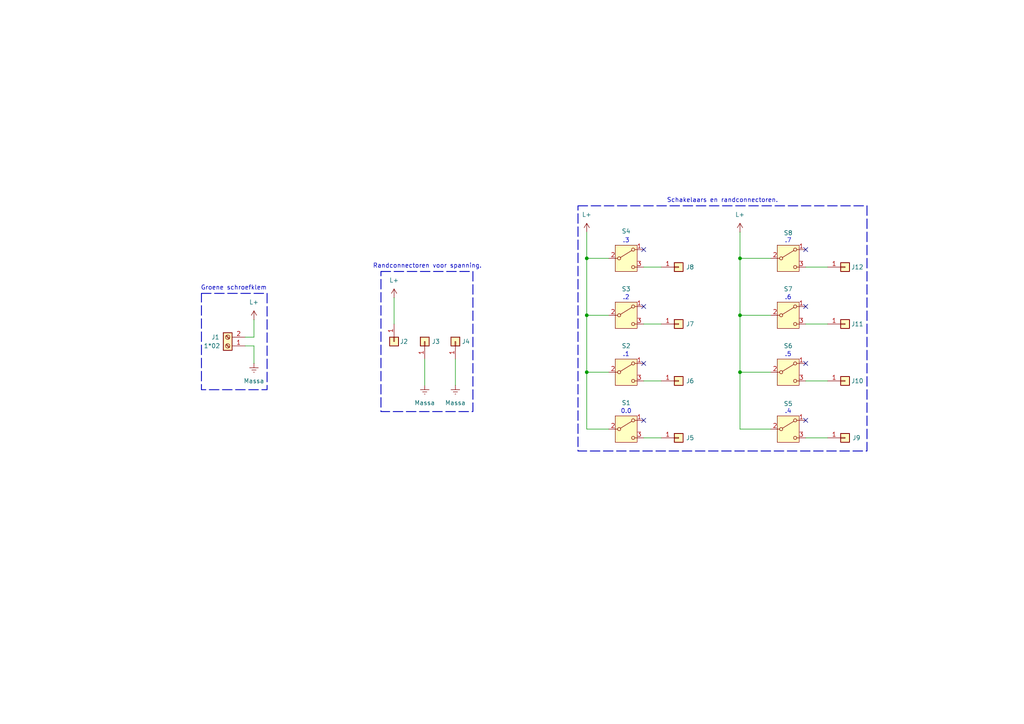
<source format=kicad_sch>
(kicad_sch
	(version 20250114)
	(generator "eeschema")
	(generator_version "9.0")
	(uuid "e499dc74-417c-4bf6-8e6a-7741eca80ef7")
	(paper "A4")
	(title_block
		(title "Siemens SIMATIC Ingang simulator met 8 schakelaars.")
		(date "2025-05-30")
		(rev "2")
		(company "Yassir")
	)
	(lib_symbols
		(symbol "Connector:Screw_Terminal_01x02"
			(pin_names
				(offset 1.016)
				(hide yes)
			)
			(exclude_from_sim no)
			(in_bom yes)
			(on_board yes)
			(property "Reference" "J"
				(at 0 2.54 0)
				(effects
					(font
						(size 1.27 1.27)
					)
				)
			)
			(property "Value" "Screw_Terminal_01x02"
				(at 0 -5.08 0)
				(effects
					(font
						(size 1.27 1.27)
					)
				)
			)
			(property "Footprint" ""
				(at 0 0 0)
				(effects
					(font
						(size 1.27 1.27)
					)
					(hide yes)
				)
			)
			(property "Datasheet" "~"
				(at 0 0 0)
				(effects
					(font
						(size 1.27 1.27)
					)
					(hide yes)
				)
			)
			(property "Description" "Generic screw terminal, single row, 01x02, script generated (kicad-library-utils/schlib/autogen/connector/)"
				(at 0 0 0)
				(effects
					(font
						(size 1.27 1.27)
					)
					(hide yes)
				)
			)
			(property "ki_keywords" "screw terminal"
				(at 0 0 0)
				(effects
					(font
						(size 1.27 1.27)
					)
					(hide yes)
				)
			)
			(property "ki_fp_filters" "TerminalBlock*:*"
				(at 0 0 0)
				(effects
					(font
						(size 1.27 1.27)
					)
					(hide yes)
				)
			)
			(symbol "Screw_Terminal_01x02_1_1"
				(rectangle
					(start -1.27 1.27)
					(end 1.27 -3.81)
					(stroke
						(width 0.254)
						(type default)
					)
					(fill
						(type background)
					)
				)
				(polyline
					(pts
						(xy -0.5334 0.3302) (xy 0.3302 -0.508)
					)
					(stroke
						(width 0.1524)
						(type default)
					)
					(fill
						(type none)
					)
				)
				(polyline
					(pts
						(xy -0.5334 -2.2098) (xy 0.3302 -3.048)
					)
					(stroke
						(width 0.1524)
						(type default)
					)
					(fill
						(type none)
					)
				)
				(polyline
					(pts
						(xy -0.3556 0.508) (xy 0.508 -0.3302)
					)
					(stroke
						(width 0.1524)
						(type default)
					)
					(fill
						(type none)
					)
				)
				(polyline
					(pts
						(xy -0.3556 -2.032) (xy 0.508 -2.8702)
					)
					(stroke
						(width 0.1524)
						(type default)
					)
					(fill
						(type none)
					)
				)
				(circle
					(center 0 0)
					(radius 0.635)
					(stroke
						(width 0.1524)
						(type default)
					)
					(fill
						(type none)
					)
				)
				(circle
					(center 0 -2.54)
					(radius 0.635)
					(stroke
						(width 0.1524)
						(type default)
					)
					(fill
						(type none)
					)
				)
				(pin passive line
					(at -5.08 0 0)
					(length 3.81)
					(name "Pin_1"
						(effects
							(font
								(size 1.27 1.27)
							)
						)
					)
					(number "1"
						(effects
							(font
								(size 1.27 1.27)
							)
						)
					)
				)
				(pin passive line
					(at -5.08 -2.54 0)
					(length 3.81)
					(name "Pin_2"
						(effects
							(font
								(size 1.27 1.27)
							)
						)
					)
					(number "2"
						(effects
							(font
								(size 1.27 1.27)
							)
						)
					)
				)
			)
			(embedded_fonts no)
		)
		(symbol "Connector_Generic:Conn_01x01"
			(pin_names
				(offset 1.016)
				(hide yes)
			)
			(exclude_from_sim no)
			(in_bom yes)
			(on_board yes)
			(property "Reference" "J"
				(at 0 2.54 0)
				(effects
					(font
						(size 1.27 1.27)
					)
				)
			)
			(property "Value" "Conn_01x01"
				(at 0 -2.54 0)
				(effects
					(font
						(size 1.27 1.27)
					)
				)
			)
			(property "Footprint" ""
				(at 0 0 0)
				(effects
					(font
						(size 1.27 1.27)
					)
					(hide yes)
				)
			)
			(property "Datasheet" "~"
				(at 0 0 0)
				(effects
					(font
						(size 1.27 1.27)
					)
					(hide yes)
				)
			)
			(property "Description" "Generic connector, single row, 01x01, script generated (kicad-library-utils/schlib/autogen/connector/)"
				(at 0 0 0)
				(effects
					(font
						(size 1.27 1.27)
					)
					(hide yes)
				)
			)
			(property "ki_keywords" "connector"
				(at 0 0 0)
				(effects
					(font
						(size 1.27 1.27)
					)
					(hide yes)
				)
			)
			(property "ki_fp_filters" "Connector*:*_1x??_*"
				(at 0 0 0)
				(effects
					(font
						(size 1.27 1.27)
					)
					(hide yes)
				)
			)
			(symbol "Conn_01x01_1_1"
				(rectangle
					(start -1.27 1.27)
					(end 1.27 -1.27)
					(stroke
						(width 0.254)
						(type default)
					)
					(fill
						(type background)
					)
				)
				(rectangle
					(start -1.27 0.127)
					(end 0 -0.127)
					(stroke
						(width 0.1524)
						(type default)
					)
					(fill
						(type none)
					)
				)
				(pin passive line
					(at -5.08 0 0)
					(length 3.81)
					(name "Pin_1"
						(effects
							(font
								(size 1.27 1.27)
							)
						)
					)
					(number "1"
						(effects
							(font
								(size 1.27 1.27)
							)
						)
					)
				)
			)
			(embedded_fonts no)
		)
		(symbol "Switch:SW_SPDT"
			(pin_names
				(offset 0)
				(hide yes)
			)
			(exclude_from_sim no)
			(in_bom yes)
			(on_board yes)
			(property "Reference" "SW"
				(at 0 5.08 0)
				(effects
					(font
						(size 1.27 1.27)
					)
				)
			)
			(property "Value" "SW_SPDT"
				(at 0 -5.08 0)
				(effects
					(font
						(size 1.27 1.27)
					)
				)
			)
			(property "Footprint" ""
				(at 0 0 0)
				(effects
					(font
						(size 1.27 1.27)
					)
					(hide yes)
				)
			)
			(property "Datasheet" "~"
				(at 0 -7.62 0)
				(effects
					(font
						(size 1.27 1.27)
					)
					(hide yes)
				)
			)
			(property "Description" "Switch, single pole double throw"
				(at 0 0 0)
				(effects
					(font
						(size 1.27 1.27)
					)
					(hide yes)
				)
			)
			(property "ki_keywords" "switch single-pole double-throw spdt ON-ON"
				(at 0 0 0)
				(effects
					(font
						(size 1.27 1.27)
					)
					(hide yes)
				)
			)
			(symbol "SW_SPDT_0_1"
				(circle
					(center -2.032 0)
					(radius 0.4572)
					(stroke
						(width 0)
						(type default)
					)
					(fill
						(type none)
					)
				)
				(polyline
					(pts
						(xy -1.651 0.254) (xy 1.651 2.286)
					)
					(stroke
						(width 0)
						(type default)
					)
					(fill
						(type none)
					)
				)
				(circle
					(center 2.032 2.54)
					(radius 0.4572)
					(stroke
						(width 0)
						(type default)
					)
					(fill
						(type none)
					)
				)
				(circle
					(center 2.032 -2.54)
					(radius 0.4572)
					(stroke
						(width 0)
						(type default)
					)
					(fill
						(type none)
					)
				)
			)
			(symbol "SW_SPDT_1_1"
				(rectangle
					(start -3.175 3.81)
					(end 3.175 -3.81)
					(stroke
						(width 0)
						(type default)
					)
					(fill
						(type background)
					)
				)
				(pin passive line
					(at -5.08 0 0)
					(length 2.54)
					(name "B"
						(effects
							(font
								(size 1.27 1.27)
							)
						)
					)
					(number "2"
						(effects
							(font
								(size 1.27 1.27)
							)
						)
					)
				)
				(pin passive line
					(at 5.08 2.54 180)
					(length 2.54)
					(name "A"
						(effects
							(font
								(size 1.27 1.27)
							)
						)
					)
					(number "1"
						(effects
							(font
								(size 1.27 1.27)
							)
						)
					)
				)
				(pin passive line
					(at 5.08 -2.54 180)
					(length 2.54)
					(name "C"
						(effects
							(font
								(size 1.27 1.27)
							)
						)
					)
					(number "3"
						(effects
							(font
								(size 1.27 1.27)
							)
						)
					)
				)
			)
			(embedded_fonts no)
		)
		(symbol "power:+24V"
			(power)
			(pin_numbers
				(hide yes)
			)
			(pin_names
				(offset 0)
				(hide yes)
			)
			(exclude_from_sim no)
			(in_bom yes)
			(on_board yes)
			(property "Reference" "#PWR"
				(at 0 -3.81 0)
				(effects
					(font
						(size 1.27 1.27)
					)
					(hide yes)
				)
			)
			(property "Value" "+24V"
				(at 0 3.556 0)
				(effects
					(font
						(size 1.27 1.27)
					)
				)
			)
			(property "Footprint" ""
				(at 0 0 0)
				(effects
					(font
						(size 1.27 1.27)
					)
					(hide yes)
				)
			)
			(property "Datasheet" ""
				(at 0 0 0)
				(effects
					(font
						(size 1.27 1.27)
					)
					(hide yes)
				)
			)
			(property "Description" "Power symbol creates a global label with name \"+24V\""
				(at 0 0 0)
				(effects
					(font
						(size 1.27 1.27)
					)
					(hide yes)
				)
			)
			(property "ki_keywords" "global power"
				(at 0 0 0)
				(effects
					(font
						(size 1.27 1.27)
					)
					(hide yes)
				)
			)
			(symbol "+24V_0_1"
				(polyline
					(pts
						(xy -0.762 1.27) (xy 0 2.54)
					)
					(stroke
						(width 0)
						(type default)
					)
					(fill
						(type none)
					)
				)
				(polyline
					(pts
						(xy 0 2.54) (xy 0.762 1.27)
					)
					(stroke
						(width 0)
						(type default)
					)
					(fill
						(type none)
					)
				)
				(polyline
					(pts
						(xy 0 0) (xy 0 2.54)
					)
					(stroke
						(width 0)
						(type default)
					)
					(fill
						(type none)
					)
				)
			)
			(symbol "+24V_1_1"
				(pin power_in line
					(at 0 0 90)
					(length 0)
					(name "~"
						(effects
							(font
								(size 1.27 1.27)
							)
						)
					)
					(number "1"
						(effects
							(font
								(size 1.27 1.27)
							)
						)
					)
				)
			)
			(embedded_fonts no)
		)
		(symbol "power:Earth"
			(power)
			(pin_numbers
				(hide yes)
			)
			(pin_names
				(offset 0)
				(hide yes)
			)
			(exclude_from_sim no)
			(in_bom yes)
			(on_board yes)
			(property "Reference" "#PWR"
				(at 0 -6.35 0)
				(effects
					(font
						(size 1.27 1.27)
					)
					(hide yes)
				)
			)
			(property "Value" "Earth"
				(at 0 -3.81 0)
				(effects
					(font
						(size 1.27 1.27)
					)
				)
			)
			(property "Footprint" ""
				(at 0 0 0)
				(effects
					(font
						(size 1.27 1.27)
					)
					(hide yes)
				)
			)
			(property "Datasheet" "~"
				(at 0 0 0)
				(effects
					(font
						(size 1.27 1.27)
					)
					(hide yes)
				)
			)
			(property "Description" "Power symbol creates a global label with name \"Earth\""
				(at 0 0 0)
				(effects
					(font
						(size 1.27 1.27)
					)
					(hide yes)
				)
			)
			(property "ki_keywords" "global ground gnd"
				(at 0 0 0)
				(effects
					(font
						(size 1.27 1.27)
					)
					(hide yes)
				)
			)
			(symbol "Earth_0_1"
				(polyline
					(pts
						(xy -0.635 -1.905) (xy 0.635 -1.905)
					)
					(stroke
						(width 0)
						(type default)
					)
					(fill
						(type none)
					)
				)
				(polyline
					(pts
						(xy -0.127 -2.54) (xy 0.127 -2.54)
					)
					(stroke
						(width 0)
						(type default)
					)
					(fill
						(type none)
					)
				)
				(polyline
					(pts
						(xy 0 -1.27) (xy 0 0)
					)
					(stroke
						(width 0)
						(type default)
					)
					(fill
						(type none)
					)
				)
				(polyline
					(pts
						(xy 1.27 -1.27) (xy -1.27 -1.27)
					)
					(stroke
						(width 0)
						(type default)
					)
					(fill
						(type none)
					)
				)
			)
			(symbol "Earth_1_1"
				(pin power_in line
					(at 0 0 270)
					(length 0)
					(name "~"
						(effects
							(font
								(size 1.27 1.27)
							)
						)
					)
					(number "1"
						(effects
							(font
								(size 1.27 1.27)
							)
						)
					)
				)
			)
			(embedded_fonts no)
		)
	)
	(rectangle
		(start 167.64 59.69)
		(end 251.46 130.81)
		(stroke
			(width 0.254)
			(type dash)
		)
		(fill
			(type none)
		)
		(uuid 49857711-bce2-4f37-90ee-fd3a76fa7d17)
	)
	(rectangle
		(start 110.49 78.74)
		(end 137.16 119.38)
		(stroke
			(width 0.254)
			(type dash)
		)
		(fill
			(type none)
		)
		(uuid 93a9cfdd-1b5e-4120-bbce-7f25208b42f4)
	)
	(rectangle
		(start 58.42 85.09)
		(end 77.47 113.03)
		(stroke
			(width 0.254)
			(type dash)
		)
		(fill
			(type none)
		)
		(uuid f15177c9-b513-4b4d-99cc-0d86936c53c9)
	)
	(text ".5"
		(exclude_from_sim no)
		(at 228.6 102.87 0)
		(effects
			(font
				(size 1.27 1.27)
			)
		)
		(uuid "101fc5a3-a3f1-4ab0-9718-fdf9aad41576")
	)
	(text "0.0"
		(exclude_from_sim no)
		(at 181.61 119.38 0)
		(effects
			(font
				(size 1.27 1.27)
			)
		)
		(uuid "12df5a5c-e01f-4a77-983c-4ade897528f9")
	)
	(text ".6"
		(exclude_from_sim no)
		(at 228.6 86.36 0)
		(effects
			(font
				(size 1.27 1.27)
			)
		)
		(uuid "46583f1e-5bd8-42f4-b0a8-a3adcb830bdc")
	)
	(text ".4"
		(exclude_from_sim no)
		(at 228.6 119.38 0)
		(effects
			(font
				(size 1.27 1.27)
			)
		)
		(uuid "522994d3-e2ee-46f8-80e4-27d152aa048b")
	)
	(text ".2"
		(exclude_from_sim no)
		(at 181.61 86.36 0)
		(effects
			(font
				(size 1.27 1.27)
			)
		)
		(uuid "52ac4be0-aa9d-4e59-bf51-e5798c609673")
	)
	(text "Randconnectoren voor spanning."
		(exclude_from_sim no)
		(at 123.952 77.216 0)
		(effects
			(font
				(size 1.27 1.27)
			)
		)
		(uuid "73bd87bb-5edf-4cf1-a0ae-13065976f494")
	)
	(text ".3"
		(exclude_from_sim no)
		(at 181.61 69.85 0)
		(effects
			(font
				(size 1.27 1.27)
			)
		)
		(uuid "8f0ba99c-8b8f-4a05-ab81-0a045b3cb9cd")
	)
	(text ".1"
		(exclude_from_sim no)
		(at 181.61 102.87 0)
		(effects
			(font
				(size 1.27 1.27)
			)
		)
		(uuid "bbde58be-cca4-4f2d-a9c2-46af4a7ad516")
	)
	(text "Groene schroefklem"
		(exclude_from_sim no)
		(at 67.818 83.566 0)
		(effects
			(font
				(size 1.27 1.27)
			)
		)
		(uuid "c8104433-9cf4-40ba-a534-b40a2f032841")
	)
	(text ".7"
		(exclude_from_sim no)
		(at 228.6 69.85 0)
		(effects
			(font
				(size 1.27 1.27)
			)
		)
		(uuid "cc310045-b74a-4480-a8d5-3f60f32cbfd6")
	)
	(text "Schakelaars en randconnectoren."
		(exclude_from_sim no)
		(at 209.55 58.166 0)
		(effects
			(font
				(size 1.27 1.27)
			)
		)
		(uuid "dadaa570-256d-41f6-985d-20692fe6a0d7")
	)
	(junction
		(at 170.18 91.44)
		(diameter 0)
		(color 0 0 0 0)
		(uuid "0bd76ffa-446d-4664-af70-b5505c95ae2b")
	)
	(junction
		(at 170.18 107.95)
		(diameter 0)
		(color 0 0 0 0)
		(uuid "0d7cf5c7-ce5d-4ff2-a5de-4292151d0e15")
	)
	(junction
		(at 214.63 107.95)
		(diameter 0)
		(color 0 0 0 0)
		(uuid "3dda701e-c23a-43b4-892b-9bcb906a165a")
	)
	(junction
		(at 170.18 74.93)
		(diameter 0)
		(color 0 0 0 0)
		(uuid "508ee4cf-7948-495d-93eb-5219ebe3336b")
	)
	(junction
		(at 214.63 74.93)
		(diameter 0)
		(color 0 0 0 0)
		(uuid "5cf51075-85dd-4377-b6dc-3fbd1fd6ab69")
	)
	(junction
		(at 214.63 91.44)
		(diameter 0)
		(color 0 0 0 0)
		(uuid "ec9e01d2-b44b-45a0-bf76-75cf43cae8a5")
	)
	(no_connect
		(at 186.69 88.9)
		(uuid "05222524-5235-449f-9793-3efd47a01ced")
	)
	(no_connect
		(at 233.68 72.39)
		(uuid "11dbff53-abeb-41fc-b354-39fb30ebecda")
	)
	(no_connect
		(at 233.68 88.9)
		(uuid "1d2750b8-0174-478e-a647-8fd2b579a023")
	)
	(no_connect
		(at 186.69 105.41)
		(uuid "321891df-0e3d-49c5-8acf-63948fc318c0")
	)
	(no_connect
		(at 233.68 121.92)
		(uuid "3654a3c1-b12f-47e8-8820-d054c6d12817")
	)
	(no_connect
		(at 233.68 105.41)
		(uuid "75adb8a4-1c86-43c9-8673-d3d4e289cdf5")
	)
	(no_connect
		(at 186.69 121.92)
		(uuid "b0522dd5-9f83-4219-bed9-d7890ee76524")
	)
	(no_connect
		(at 186.69 72.39)
		(uuid "f97638c8-c352-403c-993d-5c429c0109d2")
	)
	(wire
		(pts
			(xy 123.19 104.14) (xy 123.19 111.76)
		)
		(stroke
			(width 0)
			(type default)
		)
		(uuid "02db3c2a-a80d-4747-bb55-f9177d6f1d4c")
	)
	(wire
		(pts
			(xy 214.63 91.44) (xy 214.63 107.95)
		)
		(stroke
			(width 0)
			(type default)
		)
		(uuid "06286de1-d3d8-40e6-a08d-881c3c2c9178")
	)
	(wire
		(pts
			(xy 191.77 77.47) (xy 186.69 77.47)
		)
		(stroke
			(width 0)
			(type default)
		)
		(uuid "0a6cef74-da91-43f9-8220-2a5b4483f710")
	)
	(wire
		(pts
			(xy 223.52 124.46) (xy 214.63 124.46)
		)
		(stroke
			(width 0)
			(type default)
		)
		(uuid "0e784405-ad0b-4214-a44b-4ef453b59f81")
	)
	(wire
		(pts
			(xy 170.18 67.31) (xy 170.18 74.93)
		)
		(stroke
			(width 0)
			(type default)
		)
		(uuid "163e0025-7308-4f51-b678-3fe9b1c1fec9")
	)
	(wire
		(pts
			(xy 170.18 91.44) (xy 170.18 74.93)
		)
		(stroke
			(width 0)
			(type default)
		)
		(uuid "27c22907-0ebc-4c9a-b138-1358d98be523")
	)
	(wire
		(pts
			(xy 114.3 93.98) (xy 114.3 86.36)
		)
		(stroke
			(width 0)
			(type default)
		)
		(uuid "29a6bb94-e582-4b6f-b08d-bef53402fc06")
	)
	(wire
		(pts
			(xy 73.66 92.71) (xy 73.66 97.79)
		)
		(stroke
			(width 0)
			(type default)
		)
		(uuid "2f69ee87-0705-4777-8ddb-3adb7b8673f5")
	)
	(wire
		(pts
			(xy 214.63 67.31) (xy 214.63 74.93)
		)
		(stroke
			(width 0)
			(type default)
		)
		(uuid "3dd01ba9-5706-4ccc-adca-505c90ae8a84")
	)
	(wire
		(pts
			(xy 170.18 124.46) (xy 176.53 124.46)
		)
		(stroke
			(width 0)
			(type default)
		)
		(uuid "44e535f4-f403-45f3-bd12-3ed818a6eb50")
	)
	(wire
		(pts
			(xy 191.77 127) (xy 186.69 127)
		)
		(stroke
			(width 0)
			(type default)
		)
		(uuid "617d97f8-088e-4347-a706-3e522cb415a7")
	)
	(wire
		(pts
			(xy 191.77 110.49) (xy 186.69 110.49)
		)
		(stroke
			(width 0)
			(type default)
		)
		(uuid "6e3e1be4-35b9-409b-9072-628a440cca06")
	)
	(wire
		(pts
			(xy 170.18 107.95) (xy 170.18 124.46)
		)
		(stroke
			(width 0)
			(type default)
		)
		(uuid "7565c851-8d6d-4d70-b01a-a1faec31d21d")
	)
	(wire
		(pts
			(xy 71.12 100.33) (xy 73.66 100.33)
		)
		(stroke
			(width 0)
			(type default)
		)
		(uuid "78ae6fde-7e60-4998-898a-a39e6077580c")
	)
	(wire
		(pts
			(xy 223.52 91.44) (xy 214.63 91.44)
		)
		(stroke
			(width 0)
			(type default)
		)
		(uuid "7cbdab5e-f124-4f87-98ce-1806999bb8f7")
	)
	(wire
		(pts
			(xy 170.18 91.44) (xy 170.18 107.95)
		)
		(stroke
			(width 0)
			(type default)
		)
		(uuid "7d8288f7-3ad8-40ee-a86c-686401108604")
	)
	(wire
		(pts
			(xy 223.52 107.95) (xy 214.63 107.95)
		)
		(stroke
			(width 0)
			(type default)
		)
		(uuid "9d6d5516-bed4-483e-a03e-b373531ed1b7")
	)
	(wire
		(pts
			(xy 240.03 110.49) (xy 233.68 110.49)
		)
		(stroke
			(width 0)
			(type default)
		)
		(uuid "a096adf0-deec-481d-8749-fe762c909c40")
	)
	(wire
		(pts
			(xy 170.18 91.44) (xy 176.53 91.44)
		)
		(stroke
			(width 0)
			(type default)
		)
		(uuid "a84996af-2be3-4e91-8b8b-323db3b28f26")
	)
	(wire
		(pts
			(xy 132.08 104.14) (xy 132.08 111.76)
		)
		(stroke
			(width 0)
			(type default)
		)
		(uuid "ad1b67fd-6cc7-4c59-918f-be4543e3f7cd")
	)
	(wire
		(pts
			(xy 240.03 93.98) (xy 233.68 93.98)
		)
		(stroke
			(width 0)
			(type default)
		)
		(uuid "af4cd5dc-0597-4f5b-b364-7f346beef6b8")
	)
	(wire
		(pts
			(xy 240.03 127) (xy 233.68 127)
		)
		(stroke
			(width 0)
			(type default)
		)
		(uuid "b4723ec3-7ef7-4dbe-89ff-9f4323df1e35")
	)
	(wire
		(pts
			(xy 240.03 77.47) (xy 233.68 77.47)
		)
		(stroke
			(width 0)
			(type default)
		)
		(uuid "b483025d-2403-471a-8096-74672a9544b3")
	)
	(wire
		(pts
			(xy 191.77 93.98) (xy 186.69 93.98)
		)
		(stroke
			(width 0)
			(type default)
		)
		(uuid "b60f4e93-be2c-44b2-be19-311af7f12c96")
	)
	(wire
		(pts
			(xy 170.18 74.93) (xy 176.53 74.93)
		)
		(stroke
			(width 0)
			(type default)
		)
		(uuid "d046dd77-ca46-4990-8087-b2f8679eef62")
	)
	(wire
		(pts
			(xy 176.53 107.95) (xy 170.18 107.95)
		)
		(stroke
			(width 0)
			(type default)
		)
		(uuid "e125088a-b290-4a94-b9e7-9c3810eb614c")
	)
	(wire
		(pts
			(xy 223.52 74.93) (xy 214.63 74.93)
		)
		(stroke
			(width 0)
			(type default)
		)
		(uuid "e4968ce4-7305-4db1-a9f8-0d495c7b323b")
	)
	(wire
		(pts
			(xy 214.63 74.93) (xy 214.63 91.44)
		)
		(stroke
			(width 0)
			(type default)
		)
		(uuid "e9277de2-ebea-4481-b20e-025edef52a82")
	)
	(wire
		(pts
			(xy 214.63 107.95) (xy 214.63 124.46)
		)
		(stroke
			(width 0)
			(type default)
		)
		(uuid "f6284447-e394-44b6-b6ce-9027cf381eb0")
	)
	(wire
		(pts
			(xy 73.66 100.33) (xy 73.66 105.41)
		)
		(stroke
			(width 0)
			(type default)
		)
		(uuid "f8c88346-311b-4db0-be00-a1f62a20a207")
	)
	(wire
		(pts
			(xy 73.66 97.79) (xy 71.12 97.79)
		)
		(stroke
			(width 0)
			(type default)
		)
		(uuid "ffda2bae-8244-49ba-8254-5b7a372963db")
	)
	(symbol
		(lib_id "Connector:Screw_Terminal_01x02")
		(at 66.04 100.33 180)
		(unit 1)
		(exclude_from_sim no)
		(in_bom yes)
		(on_board yes)
		(dnp no)
		(uuid "08a2b2b4-e0c6-484c-a179-554e86818448")
		(property "Reference" "J1"
			(at 62.484 97.79 0)
			(effects
				(font
					(size 1.27 1.27)
				)
			)
		)
		(property "Value" "1*02"
			(at 61.468 100.33 0)
			(effects
				(font
					(size 1.27 1.27)
				)
			)
		)
		(property "Footprint" "17nct-LIB:TE_282836-2"
			(at 66.04 100.33 0)
			(effects
				(font
					(size 1.27 1.27)
				)
				(hide yes)
			)
		)
		(property "Datasheet" "https://www.te.com/commerce/DocumentDelivery/DDEController?Action=srchrtrv&DocNm=1308389_EUROSTYLE_TERMINAL_BLOCKS&DocType=CS&DocLang=English"
			(at 66.04 100.33 0)
			(effects
				(font
					(size 1.27 1.27)
				)
				(hide yes)
			)
		)
		(property "Description" "Schroefklemmen 1*02"
			(at 66.04 100.33 0)
			(effects
				(font
					(size 1.27 1.27)
				)
				(hide yes)
			)
		)
		(pin "2"
			(uuid "9bee56bb-ffc6-44d1-bfd1-f31e408b22cf")
		)
		(pin "1"
			(uuid "e9f4c9ba-c3b9-477e-a766-6ca2de189d0e")
		)
		(instances
			(project "Sim-module"
				(path "/e499dc74-417c-4bf6-8e6a-7741eca80ef7"
					(reference "J1")
					(unit 1)
				)
			)
		)
	)
	(symbol
		(lib_id "Connector_Generic:Conn_01x01")
		(at 196.85 127 0)
		(mirror x)
		(unit 1)
		(exclude_from_sim no)
		(in_bom no)
		(on_board yes)
		(dnp no)
		(uuid "08e9e6c4-f449-4809-8cd5-8deded29753c")
		(property "Reference" "J5"
			(at 200.152 127 0)
			(effects
				(font
					(size 1.27 1.27)
				)
			)
		)
		(property "Value" "~"
			(at 196.85 123.19 0)
			(effects
				(font
					(size 1.27 1.27)
				)
				(hide yes)
			)
		)
		(property "Footprint" "17nct-LIB:Rand connector"
			(at 196.85 127 0)
			(effects
				(font
					(size 1.27 1.27)
				)
				(hide yes)
			)
		)
		(property "Datasheet" "~"
			(at 196.85 127 0)
			(effects
				(font
					(size 1.27 1.27)
				)
				(hide yes)
			)
		)
		(property "Description" "Rand connector voor printplaat in schroefklem te monteren."
			(at 196.85 127 0)
			(effects
				(font
					(size 1.27 1.27)
				)
				(hide yes)
			)
		)
		(pin "1"
			(uuid "5f7150d1-028b-45ca-9816-c89e09b64499")
		)
		(instances
			(project "siemens reverse engineering"
				(path "/e499dc74-417c-4bf6-8e6a-7741eca80ef7"
					(reference "J5")
					(unit 1)
				)
			)
		)
	)
	(symbol
		(lib_id "Connector_Generic:Conn_01x01")
		(at 114.3 99.06 90)
		(mirror x)
		(unit 1)
		(exclude_from_sim no)
		(in_bom no)
		(on_board yes)
		(dnp no)
		(uuid "08fd3a4b-0d87-4358-8215-331170c2164c")
		(property "Reference" "J2"
			(at 118.364 99.06 90)
			(effects
				(font
					(size 1.27 1.27)
				)
				(justify left)
			)
		)
		(property "Value" "~"
			(at 118.11 99.06 0)
			(effects
				(font
					(size 1.27 1.27)
				)
				(hide yes)
			)
		)
		(property "Footprint" "17nct-LIB:Rand connector"
			(at 114.3 99.06 0)
			(effects
				(font
					(size 1.27 1.27)
				)
				(hide yes)
			)
		)
		(property "Datasheet" "~"
			(at 114.3 99.06 0)
			(effects
				(font
					(size 1.27 1.27)
				)
				(hide yes)
			)
		)
		(property "Description" "Rand connector voor printplaat in schroefklem te monteren."
			(at 114.3 99.06 0)
			(effects
				(font
					(size 1.27 1.27)
				)
				(hide yes)
			)
		)
		(pin "1"
			(uuid "b1788a26-fa52-48f9-89e1-2707d37c5a56")
		)
		(instances
			(project "Sim-module"
				(path "/e499dc74-417c-4bf6-8e6a-7741eca80ef7"
					(reference "J2")
					(unit 1)
				)
			)
		)
	)
	(symbol
		(lib_id "Connector_Generic:Conn_01x01")
		(at 245.11 77.47 0)
		(mirror x)
		(unit 1)
		(exclude_from_sim no)
		(in_bom no)
		(on_board yes)
		(dnp no)
		(uuid "17b6d347-839b-4f66-9616-15b90507f3ec")
		(property "Reference" "J12"
			(at 248.666 77.47 0)
			(effects
				(font
					(size 1.27 1.27)
				)
			)
		)
		(property "Value" "~"
			(at 245.11 73.66 0)
			(effects
				(font
					(size 1.27 1.27)
				)
				(hide yes)
			)
		)
		(property "Footprint" "17nct-LIB:Rand connector"
			(at 245.11 77.47 0)
			(effects
				(font
					(size 1.27 1.27)
				)
				(hide yes)
			)
		)
		(property "Datasheet" "~"
			(at 245.11 77.47 0)
			(effects
				(font
					(size 1.27 1.27)
				)
				(hide yes)
			)
		)
		(property "Description" "Rand connector voor printplaat in schroefklem te monteren."
			(at 245.11 77.47 0)
			(effects
				(font
					(size 1.27 1.27)
				)
				(hide yes)
			)
		)
		(pin "1"
			(uuid "4ba165ad-8063-42d9-bc3d-9a3275142b29")
		)
		(instances
			(project "siemens reverse engineering"
				(path "/e499dc74-417c-4bf6-8e6a-7741eca80ef7"
					(reference "J12")
					(unit 1)
				)
			)
		)
	)
	(symbol
		(lib_id "Switch:SW_SPDT")
		(at 181.61 91.44 0)
		(unit 1)
		(exclude_from_sim no)
		(in_bom yes)
		(on_board yes)
		(dnp no)
		(uuid "1cb341b2-1af7-45e2-aa1e-6b18c9e14b47")
		(property "Reference" "S3"
			(at 181.61 83.82 0)
			(effects
				(font
					(size 1.27 1.27)
				)
			)
		)
		(property "Value" "SPDT"
			(at 181.61 86.36 0)
			(effects
				(font
					(size 1.27 1.27)
				)
				(hide yes)
			)
		)
		(property "Footprint" "17nct-LIB:Tuimelschakelaar 8.1mm _ 5.1mm"
			(at 181.61 91.44 0)
			(effects
				(font
					(size 1.27 1.27)
				)
				(hide yes)
			)
		)
		(property "Datasheet" "https://www.e-switch.com/wp-content/uploads/2024/05/100-1.pdf"
			(at 181.61 99.06 0)
			(effects
				(font
					(size 1.27 1.27)
				)
				(hide yes)
			)
		)
		(property "Description" "Tuimelschakelaar."
			(at 181.61 91.44 0)
			(effects
				(font
					(size 1.27 1.27)
				)
				(hide yes)
			)
		)
		(pin "1"
			(uuid "e59bc0f3-c7d8-4992-b962-43f2aafac3cd")
		)
		(pin "2"
			(uuid "93f901ea-02bc-4fa8-adef-fd55d671f31f")
		)
		(pin "3"
			(uuid "636cfa69-f18d-45b0-99f1-a27836ac4d61")
		)
		(instances
			(project "siemens reverse engineering"
				(path "/e499dc74-417c-4bf6-8e6a-7741eca80ef7"
					(reference "S3")
					(unit 1)
				)
			)
		)
	)
	(symbol
		(lib_id "Switch:SW_SPDT")
		(at 228.6 91.44 0)
		(unit 1)
		(exclude_from_sim no)
		(in_bom yes)
		(on_board yes)
		(dnp no)
		(uuid "312ab032-0c33-4118-a106-60308d4bc1b8")
		(property "Reference" "S7"
			(at 228.6 83.82 0)
			(effects
				(font
					(size 1.27 1.27)
				)
			)
		)
		(property "Value" "SPDT"
			(at 228.6 86.36 0)
			(effects
				(font
					(size 1.27 1.27)
				)
				(hide yes)
			)
		)
		(property "Footprint" "17nct-LIB:Tuimelschakelaar 8.1mm _ 5.1mm"
			(at 228.6 91.44 0)
			(effects
				(font
					(size 1.27 1.27)
				)
				(hide yes)
			)
		)
		(property "Datasheet" "https://www.e-switch.com/wp-content/uploads/2024/05/100-1.pdf"
			(at 228.6 99.06 0)
			(effects
				(font
					(size 1.27 1.27)
				)
				(hide yes)
			)
		)
		(property "Description" "Tuimelschakelaar."
			(at 228.6 91.44 0)
			(effects
				(font
					(size 1.27 1.27)
				)
				(hide yes)
			)
		)
		(pin "1"
			(uuid "6135ad6e-b223-4596-9265-db561f741589")
		)
		(pin "2"
			(uuid "4e0499f6-a1dd-4b54-8760-46272a4e5936")
		)
		(pin "3"
			(uuid "e79af316-04f2-410f-81aa-6d00fc3b6206")
		)
		(instances
			(project "siemens reverse engineering"
				(path "/e499dc74-417c-4bf6-8e6a-7741eca80ef7"
					(reference "S7")
					(unit 1)
				)
			)
		)
	)
	(symbol
		(lib_id "power:+24V")
		(at 73.66 92.71 0)
		(mirror y)
		(unit 1)
		(exclude_from_sim no)
		(in_bom yes)
		(on_board yes)
		(dnp no)
		(uuid "387fdc44-a0bd-438d-b750-ec0db1195277")
		(property "Reference" "#PWR02"
			(at 73.66 96.52 0)
			(effects
				(font
					(size 1.27 1.27)
				)
				(hide yes)
			)
		)
		(property "Value" "L+"
			(at 73.66 87.63 0)
			(effects
				(font
					(size 1.27 1.27)
				)
			)
		)
		(property "Footprint" ""
			(at 73.66 92.71 0)
			(effects
				(font
					(size 1.27 1.27)
				)
				(hide yes)
			)
		)
		(property "Datasheet" ""
			(at 73.66 92.71 0)
			(effects
				(font
					(size 1.27 1.27)
				)
				(hide yes)
			)
		)
		(property "Description" "Power symbol creates a global label with name \"+24V\""
			(at 73.66 92.71 0)
			(effects
				(font
					(size 1.27 1.27)
				)
				(hide yes)
			)
		)
		(pin "1"
			(uuid "98e0e4f2-b016-4588-809a-36e13464e481")
		)
		(instances
			(project ""
				(path "/e499dc74-417c-4bf6-8e6a-7741eca80ef7"
					(reference "#PWR02")
					(unit 1)
				)
			)
		)
	)
	(symbol
		(lib_id "Connector_Generic:Conn_01x01")
		(at 123.19 99.06 270)
		(mirror x)
		(unit 1)
		(exclude_from_sim no)
		(in_bom no)
		(on_board yes)
		(dnp no)
		(uuid "3b754305-3e93-43cb-9d62-d25dc234cfd0")
		(property "Reference" "J3"
			(at 125.222 99.06 90)
			(effects
				(font
					(size 1.27 1.27)
				)
				(justify left)
			)
		)
		(property "Value" "~"
			(at 119.38 99.06 0)
			(effects
				(font
					(size 1.27 1.27)
				)
				(hide yes)
			)
		)
		(property "Footprint" "17nct-LIB:Rand connector"
			(at 123.19 99.06 0)
			(effects
				(font
					(size 1.27 1.27)
				)
				(hide yes)
			)
		)
		(property "Datasheet" "~"
			(at 123.19 99.06 0)
			(effects
				(font
					(size 1.27 1.27)
				)
				(hide yes)
			)
		)
		(property "Description" "Rand connector voor printplaat in schroefklem te monteren."
			(at 123.19 99.06 0)
			(effects
				(font
					(size 1.27 1.27)
				)
				(hide yes)
			)
		)
		(pin "1"
			(uuid "9fbf41dd-353b-4051-848d-acb023c40daf")
		)
		(instances
			(project "siemens reverse engineering"
				(path "/e499dc74-417c-4bf6-8e6a-7741eca80ef7"
					(reference "J3")
					(unit 1)
				)
			)
		)
	)
	(symbol
		(lib_id "Connector_Generic:Conn_01x01")
		(at 245.11 93.98 0)
		(mirror x)
		(unit 1)
		(exclude_from_sim no)
		(in_bom no)
		(on_board yes)
		(dnp no)
		(uuid "42e01403-747e-4600-8537-3105ce5bec43")
		(property "Reference" "J11"
			(at 248.666 93.98 0)
			(effects
				(font
					(size 1.27 1.27)
				)
			)
		)
		(property "Value" "~"
			(at 245.11 90.17 0)
			(effects
				(font
					(size 1.27 1.27)
				)
				(hide yes)
			)
		)
		(property "Footprint" "17nct-LIB:Rand connector"
			(at 245.11 93.98 0)
			(effects
				(font
					(size 1.27 1.27)
				)
				(hide yes)
			)
		)
		(property "Datasheet" "~"
			(at 245.11 93.98 0)
			(effects
				(font
					(size 1.27 1.27)
				)
				(hide yes)
			)
		)
		(property "Description" "Rand connector voor printplaat in schroefklem te monteren."
			(at 245.11 93.98 0)
			(effects
				(font
					(size 1.27 1.27)
				)
				(hide yes)
			)
		)
		(pin "1"
			(uuid "5c88744e-0451-45ce-8063-b8b59241322b")
		)
		(instances
			(project "siemens reverse engineering"
				(path "/e499dc74-417c-4bf6-8e6a-7741eca80ef7"
					(reference "J11")
					(unit 1)
				)
			)
		)
	)
	(symbol
		(lib_id "power:+24V")
		(at 114.3 86.36 0)
		(mirror y)
		(unit 1)
		(exclude_from_sim no)
		(in_bom yes)
		(on_board yes)
		(dnp no)
		(fields_autoplaced yes)
		(uuid "437018e9-c55d-4a47-aa55-4ba0ec2ce26f")
		(property "Reference" "#PWR03"
			(at 114.3 90.17 0)
			(effects
				(font
					(size 1.27 1.27)
				)
				(hide yes)
			)
		)
		(property "Value" "L+"
			(at 114.3 81.28 0)
			(effects
				(font
					(size 1.27 1.27)
				)
			)
		)
		(property "Footprint" ""
			(at 114.3 86.36 0)
			(effects
				(font
					(size 1.27 1.27)
				)
				(hide yes)
			)
		)
		(property "Datasheet" ""
			(at 114.3 86.36 0)
			(effects
				(font
					(size 1.27 1.27)
				)
				(hide yes)
			)
		)
		(property "Description" "Power symbol creates a global label with name \"+24V\""
			(at 114.3 86.36 0)
			(effects
				(font
					(size 1.27 1.27)
				)
				(hide yes)
			)
		)
		(pin "1"
			(uuid "8644100f-2ab6-4cbb-9d27-2291694ac31d")
		)
		(instances
			(project "siemens reverse engineering"
				(path "/e499dc74-417c-4bf6-8e6a-7741eca80ef7"
					(reference "#PWR03")
					(unit 1)
				)
			)
		)
	)
	(symbol
		(lib_id "power:Earth")
		(at 123.19 111.76 0)
		(mirror y)
		(unit 1)
		(exclude_from_sim no)
		(in_bom yes)
		(on_board yes)
		(dnp no)
		(fields_autoplaced yes)
		(uuid "492eb693-a161-4f4e-8faf-53125f4d249c")
		(property "Reference" "#PWR04"
			(at 123.19 118.11 0)
			(effects
				(font
					(size 1.27 1.27)
				)
				(hide yes)
			)
		)
		(property "Value" "Massa"
			(at 123.19 116.84 0)
			(effects
				(font
					(size 1.27 1.27)
				)
			)
		)
		(property "Footprint" ""
			(at 123.19 111.76 0)
			(effects
				(font
					(size 1.27 1.27)
				)
				(hide yes)
			)
		)
		(property "Datasheet" "~"
			(at 123.19 111.76 0)
			(effects
				(font
					(size 1.27 1.27)
				)
				(hide yes)
			)
		)
		(property "Description" "Power symbol creates a global label with name \"Earth\""
			(at 123.19 111.76 0)
			(effects
				(font
					(size 1.27 1.27)
				)
				(hide yes)
			)
		)
		(pin "1"
			(uuid "2601dd96-ae0f-439a-a8c6-e8603664f7e7")
		)
		(instances
			(project "siemens reverse engineering"
				(path "/e499dc74-417c-4bf6-8e6a-7741eca80ef7"
					(reference "#PWR04")
					(unit 1)
				)
			)
		)
	)
	(symbol
		(lib_id "Switch:SW_SPDT")
		(at 181.61 124.46 0)
		(unit 1)
		(exclude_from_sim no)
		(in_bom yes)
		(on_board yes)
		(dnp no)
		(uuid "4b9c12ff-5615-436b-a748-fbb65af0697b")
		(property "Reference" "S1"
			(at 181.61 116.84 0)
			(effects
				(font
					(size 1.27 1.27)
				)
			)
		)
		(property "Value" "SPDT"
			(at 181.61 119.38 0)
			(effects
				(font
					(size 1.27 1.27)
				)
				(hide yes)
			)
		)
		(property "Footprint" "17nct-LIB:Tuimelschakelaar 8.1mm _ 5.1mm"
			(at 181.61 124.46 0)
			(effects
				(font
					(size 1.27 1.27)
				)
				(hide yes)
			)
		)
		(property "Datasheet" "https://www.e-switch.com/wp-content/uploads/2024/05/100-1.pdf"
			(at 181.61 132.08 0)
			(effects
				(font
					(size 1.27 1.27)
				)
				(hide yes)
			)
		)
		(property "Description" "Tuimelschakelaar."
			(at 181.61 124.46 0)
			(effects
				(font
					(size 1.27 1.27)
				)
				(hide yes)
			)
		)
		(pin "1"
			(uuid "325b27d0-48a4-4a19-8f0e-e712fb138b07")
		)
		(pin "2"
			(uuid "469f2e29-8c9b-41dd-ad57-f10c94b6f103")
		)
		(pin "3"
			(uuid "d7bbf3c8-a1dc-46ad-8deb-781dfef69863")
		)
		(instances
			(project "siemens reverse engineering"
				(path "/e499dc74-417c-4bf6-8e6a-7741eca80ef7"
					(reference "S1")
					(unit 1)
				)
			)
		)
	)
	(symbol
		(lib_id "Connector_Generic:Conn_01x01")
		(at 245.11 127 0)
		(mirror x)
		(unit 1)
		(exclude_from_sim no)
		(in_bom no)
		(on_board yes)
		(dnp no)
		(uuid "53b8df07-93b2-460e-b8df-566c9abbe7b1")
		(property "Reference" "J9"
			(at 248.412 127 0)
			(effects
				(font
					(size 1.27 1.27)
				)
			)
		)
		(property "Value" "~"
			(at 245.11 123.19 0)
			(effects
				(font
					(size 1.27 1.27)
				)
				(hide yes)
			)
		)
		(property "Footprint" "17nct-LIB:Rand connector"
			(at 245.11 127 0)
			(effects
				(font
					(size 1.27 1.27)
				)
				(hide yes)
			)
		)
		(property "Datasheet" "~"
			(at 245.11 127 0)
			(effects
				(font
					(size 1.27 1.27)
				)
				(hide yes)
			)
		)
		(property "Description" "Rand connector voor printplaat in schroefklem te monteren."
			(at 245.11 127 0)
			(effects
				(font
					(size 1.27 1.27)
				)
				(hide yes)
			)
		)
		(pin "1"
			(uuid "b2cb229c-f0de-458e-a2df-755a1a4dea7e")
		)
		(instances
			(project "siemens reverse engineering"
				(path "/e499dc74-417c-4bf6-8e6a-7741eca80ef7"
					(reference "J9")
					(unit 1)
				)
			)
		)
	)
	(symbol
		(lib_id "Switch:SW_SPDT")
		(at 181.61 107.95 0)
		(unit 1)
		(exclude_from_sim no)
		(in_bom yes)
		(on_board yes)
		(dnp no)
		(uuid "562ab57f-1df8-47ac-b734-7c19e1f35463")
		(property "Reference" "S2"
			(at 181.61 100.33 0)
			(effects
				(font
					(size 1.27 1.27)
				)
			)
		)
		(property "Value" "SPDT"
			(at 181.61 102.87 0)
			(effects
				(font
					(size 1.27 1.27)
				)
				(hide yes)
			)
		)
		(property "Footprint" "17nct-LIB:Tuimelschakelaar 8.1mm _ 5.1mm"
			(at 181.61 107.95 0)
			(effects
				(font
					(size 1.27 1.27)
				)
				(hide yes)
			)
		)
		(property "Datasheet" "https://www.e-switch.com/wp-content/uploads/2024/05/100-1.pdf"
			(at 181.61 115.57 0)
			(effects
				(font
					(size 1.27 1.27)
				)
				(hide yes)
			)
		)
		(property "Description" "Tuimelschakelaar."
			(at 181.61 107.95 0)
			(effects
				(font
					(size 1.27 1.27)
				)
				(hide yes)
			)
		)
		(pin "1"
			(uuid "6c848dc5-f814-4d33-83b0-63c7f9c074ea")
		)
		(pin "2"
			(uuid "e5902b10-0aad-4617-8979-617736dcc558")
		)
		(pin "3"
			(uuid "2a96ea3e-1226-4bf9-afbd-c1c283588b04")
		)
		(instances
			(project "siemens reverse engineering"
				(path "/e499dc74-417c-4bf6-8e6a-7741eca80ef7"
					(reference "S2")
					(unit 1)
				)
			)
		)
	)
	(symbol
		(lib_id "Switch:SW_SPDT")
		(at 181.61 74.93 0)
		(unit 1)
		(exclude_from_sim no)
		(in_bom yes)
		(on_board yes)
		(dnp no)
		(uuid "6324ecc7-b2aa-45fa-b60d-f1e5f488a173")
		(property "Reference" "S4"
			(at 181.61 67.056 0)
			(effects
				(font
					(size 1.27 1.27)
				)
			)
		)
		(property "Value" "SPDT"
			(at 181.61 69.596 0)
			(effects
				(font
					(size 1.27 1.27)
				)
				(hide yes)
			)
		)
		(property "Footprint" "17nct-LIB:Tuimelschakelaar 8.1mm _ 5.1mm"
			(at 181.61 74.93 0)
			(effects
				(font
					(size 1.27 1.27)
				)
				(hide yes)
			)
		)
		(property "Datasheet" "https://www.e-switch.com/wp-content/uploads/2024/05/100-1.pdf"
			(at 181.61 82.55 0)
			(effects
				(font
					(size 1.27 1.27)
				)
				(hide yes)
			)
		)
		(property "Description" "Tuimelschakelaar."
			(at 181.61 74.93 0)
			(effects
				(font
					(size 1.27 1.27)
				)
				(hide yes)
			)
		)
		(pin "1"
			(uuid "e7da46f6-517a-4372-bb89-a2b366ad8ce7")
		)
		(pin "2"
			(uuid "b0c2e62f-050f-4dd4-8835-995984bdecbc")
		)
		(pin "3"
			(uuid "dfce8a70-9ef4-487b-ad16-88fda3324c85")
		)
		(instances
			(project ""
				(path "/e499dc74-417c-4bf6-8e6a-7741eca80ef7"
					(reference "S4")
					(unit 1)
				)
			)
		)
	)
	(symbol
		(lib_id "Connector_Generic:Conn_01x01")
		(at 196.85 110.49 0)
		(mirror x)
		(unit 1)
		(exclude_from_sim no)
		(in_bom no)
		(on_board yes)
		(dnp no)
		(uuid "7bc011f2-3d72-4980-9e52-4055095eb8ec")
		(property "Reference" "J6"
			(at 200.152 110.49 0)
			(effects
				(font
					(size 1.27 1.27)
				)
			)
		)
		(property "Value" "~"
			(at 196.85 106.68 0)
			(effects
				(font
					(size 1.27 1.27)
				)
				(hide yes)
			)
		)
		(property "Footprint" "17nct-LIB:Rand connector"
			(at 196.85 110.49 0)
			(effects
				(font
					(size 1.27 1.27)
				)
				(hide yes)
			)
		)
		(property "Datasheet" "~"
			(at 196.85 110.49 0)
			(effects
				(font
					(size 1.27 1.27)
				)
				(hide yes)
			)
		)
		(property "Description" "Rand connector voor printplaat in schroefklem te monteren."
			(at 196.85 110.49 0)
			(effects
				(font
					(size 1.27 1.27)
				)
				(hide yes)
			)
		)
		(pin "1"
			(uuid "62d3a101-23e8-4c70-8e9c-8928a24f97b3")
		)
		(instances
			(project "siemens reverse engineering"
				(path "/e499dc74-417c-4bf6-8e6a-7741eca80ef7"
					(reference "J6")
					(unit 1)
				)
			)
		)
	)
	(symbol
		(lib_id "Switch:SW_SPDT")
		(at 228.6 107.95 0)
		(unit 1)
		(exclude_from_sim no)
		(in_bom yes)
		(on_board yes)
		(dnp no)
		(uuid "829f8c56-99a9-49d3-bd02-182a41641e83")
		(property "Reference" "S6"
			(at 228.6 100.33 0)
			(effects
				(font
					(size 1.27 1.27)
				)
			)
		)
		(property "Value" "SPDT"
			(at 228.6 102.87 0)
			(effects
				(font
					(size 1.27 1.27)
				)
				(hide yes)
			)
		)
		(property "Footprint" "17nct-LIB:Tuimelschakelaar 8.1mm _ 5.1mm"
			(at 228.6 107.95 0)
			(effects
				(font
					(size 1.27 1.27)
				)
				(hide yes)
			)
		)
		(property "Datasheet" "https://www.e-switch.com/wp-content/uploads/2024/05/100-1.pdf"
			(at 228.6 115.57 0)
			(effects
				(font
					(size 1.27 1.27)
				)
				(hide yes)
			)
		)
		(property "Description" "Tuimelschakelaar."
			(at 228.6 107.95 0)
			(effects
				(font
					(size 1.27 1.27)
				)
				(hide yes)
			)
		)
		(pin "1"
			(uuid "bb47f7d3-e3f7-47d7-b3ae-c65f4c91d2e3")
		)
		(pin "2"
			(uuid "742da705-60e0-4bca-99fd-374df27e6240")
		)
		(pin "3"
			(uuid "bf0b5520-c984-42ca-a2e4-9cf3b2735a6a")
		)
		(instances
			(project "siemens reverse engineering"
				(path "/e499dc74-417c-4bf6-8e6a-7741eca80ef7"
					(reference "S6")
					(unit 1)
				)
			)
		)
	)
	(symbol
		(lib_id "Connector_Generic:Conn_01x01")
		(at 245.11 110.49 0)
		(mirror x)
		(unit 1)
		(exclude_from_sim no)
		(in_bom no)
		(on_board yes)
		(dnp no)
		(uuid "9ad3f02b-8cd2-49aa-b21a-a69c610e01e2")
		(property "Reference" "J10"
			(at 248.666 110.49 0)
			(effects
				(font
					(size 1.27 1.27)
				)
			)
		)
		(property "Value" "~"
			(at 245.11 106.68 0)
			(effects
				(font
					(size 1.27 1.27)
				)
				(hide yes)
			)
		)
		(property "Footprint" "17nct-LIB:Rand connector"
			(at 245.11 110.49 0)
			(effects
				(font
					(size 1.27 1.27)
				)
				(hide yes)
			)
		)
		(property "Datasheet" "~"
			(at 245.11 110.49 0)
			(effects
				(font
					(size 1.27 1.27)
				)
				(hide yes)
			)
		)
		(property "Description" "Rand connector voor printplaat in schroefklem te monteren."
			(at 245.11 110.49 0)
			(effects
				(font
					(size 1.27 1.27)
				)
				(hide yes)
			)
		)
		(pin "1"
			(uuid "78c524cf-c21e-4ba9-8573-8caa91dfcb2c")
		)
		(instances
			(project "siemens reverse engineering"
				(path "/e499dc74-417c-4bf6-8e6a-7741eca80ef7"
					(reference "J10")
					(unit 1)
				)
			)
		)
	)
	(symbol
		(lib_id "power:+24V")
		(at 214.63 67.31 0)
		(mirror y)
		(unit 1)
		(exclude_from_sim no)
		(in_bom yes)
		(on_board yes)
		(dnp no)
		(fields_autoplaced yes)
		(uuid "9bb2e35a-fee0-4afc-aa99-803979fe8c18")
		(property "Reference" "#PWR06"
			(at 214.63 71.12 0)
			(effects
				(font
					(size 1.27 1.27)
				)
				(hide yes)
			)
		)
		(property "Value" "L+"
			(at 214.63 62.23 0)
			(effects
				(font
					(size 1.27 1.27)
				)
			)
		)
		(property "Footprint" ""
			(at 214.63 67.31 0)
			(effects
				(font
					(size 1.27 1.27)
				)
				(hide yes)
			)
		)
		(property "Datasheet" ""
			(at 214.63 67.31 0)
			(effects
				(font
					(size 1.27 1.27)
				)
				(hide yes)
			)
		)
		(property "Description" "Power symbol creates a global label with name \"+24V\""
			(at 214.63 67.31 0)
			(effects
				(font
					(size 1.27 1.27)
				)
				(hide yes)
			)
		)
		(pin "1"
			(uuid "de6bd250-11d8-4e5d-8b69-b1063932cce9")
		)
		(instances
			(project "Sim-module"
				(path "/e499dc74-417c-4bf6-8e6a-7741eca80ef7"
					(reference "#PWR06")
					(unit 1)
				)
			)
		)
	)
	(symbol
		(lib_id "power:+24V")
		(at 170.18 67.31 0)
		(mirror y)
		(unit 1)
		(exclude_from_sim no)
		(in_bom yes)
		(on_board yes)
		(dnp no)
		(fields_autoplaced yes)
		(uuid "9f1873ae-1fad-4ef3-9e6b-28bd48e47e20")
		(property "Reference" "#PWR07"
			(at 170.18 71.12 0)
			(effects
				(font
					(size 1.27 1.27)
				)
				(hide yes)
			)
		)
		(property "Value" "L+"
			(at 170.18 62.23 0)
			(effects
				(font
					(size 1.27 1.27)
				)
			)
		)
		(property "Footprint" ""
			(at 170.18 67.31 0)
			(effects
				(font
					(size 1.27 1.27)
				)
				(hide yes)
			)
		)
		(property "Datasheet" ""
			(at 170.18 67.31 0)
			(effects
				(font
					(size 1.27 1.27)
				)
				(hide yes)
			)
		)
		(property "Description" "Power symbol creates a global label with name \"+24V\""
			(at 170.18 67.31 0)
			(effects
				(font
					(size 1.27 1.27)
				)
				(hide yes)
			)
		)
		(pin "1"
			(uuid "d813f969-cacd-454e-b396-b13b53d3c947")
		)
		(instances
			(project "Sim-module"
				(path "/e499dc74-417c-4bf6-8e6a-7741eca80ef7"
					(reference "#PWR07")
					(unit 1)
				)
			)
		)
	)
	(symbol
		(lib_id "Connector_Generic:Conn_01x01")
		(at 196.85 77.47 0)
		(mirror x)
		(unit 1)
		(exclude_from_sim no)
		(in_bom no)
		(on_board yes)
		(dnp no)
		(uuid "bfc1edbe-8044-4d20-bdd5-13ea963704a0")
		(property "Reference" "J8"
			(at 200.152 77.47 0)
			(effects
				(font
					(size 1.27 1.27)
				)
			)
		)
		(property "Value" "~"
			(at 196.85 73.66 0)
			(effects
				(font
					(size 1.27 1.27)
				)
				(hide yes)
			)
		)
		(property "Footprint" "17nct-LIB:Rand connector"
			(at 196.85 77.47 0)
			(effects
				(font
					(size 1.27 1.27)
				)
				(hide yes)
			)
		)
		(property "Datasheet" "~"
			(at 196.85 77.47 0)
			(effects
				(font
					(size 1.27 1.27)
				)
				(hide yes)
			)
		)
		(property "Description" "Rand connector voor printplaat in schroefklem te monteren."
			(at 196.85 77.47 0)
			(effects
				(font
					(size 1.27 1.27)
				)
				(hide yes)
			)
		)
		(pin "1"
			(uuid "65da9bcb-6125-4237-982d-90f87e971e8c")
		)
		(instances
			(project ""
				(path "/e499dc74-417c-4bf6-8e6a-7741eca80ef7"
					(reference "J8")
					(unit 1)
				)
			)
		)
	)
	(symbol
		(lib_id "power:Earth")
		(at 73.66 105.41 0)
		(mirror y)
		(unit 1)
		(exclude_from_sim no)
		(in_bom yes)
		(on_board yes)
		(dnp no)
		(uuid "c914551d-0123-4377-a967-0740aa80d47e")
		(property "Reference" "#PWR01"
			(at 73.66 111.76 0)
			(effects
				(font
					(size 1.27 1.27)
				)
				(hide yes)
			)
		)
		(property "Value" "Massa"
			(at 73.66 110.49 0)
			(effects
				(font
					(size 1.27 1.27)
				)
			)
		)
		(property "Footprint" ""
			(at 73.66 105.41 0)
			(effects
				(font
					(size 1.27 1.27)
				)
				(hide yes)
			)
		)
		(property "Datasheet" "~"
			(at 73.66 105.41 0)
			(effects
				(font
					(size 1.27 1.27)
				)
				(hide yes)
			)
		)
		(property "Description" "Power symbol creates a global label with name \"Earth\""
			(at 73.66 105.41 0)
			(effects
				(font
					(size 1.27 1.27)
				)
				(hide yes)
			)
		)
		(pin "1"
			(uuid "a3faefcc-2217-4f38-8026-f09e30725b98")
		)
		(instances
			(project ""
				(path "/e499dc74-417c-4bf6-8e6a-7741eca80ef7"
					(reference "#PWR01")
					(unit 1)
				)
			)
		)
	)
	(symbol
		(lib_id "Switch:SW_SPDT")
		(at 228.6 74.93 0)
		(unit 1)
		(exclude_from_sim no)
		(in_bom yes)
		(on_board yes)
		(dnp no)
		(uuid "cf5e9b87-c00f-4500-8e59-dc5cfef6e20f")
		(property "Reference" "S8"
			(at 228.6 67.564 0)
			(effects
				(font
					(size 1.27 1.27)
				)
			)
		)
		(property "Value" "SPDT"
			(at 228.6 70.104 0)
			(effects
				(font
					(size 1.27 1.27)
				)
				(hide yes)
			)
		)
		(property "Footprint" "17nct-LIB:Tuimelschakelaar 8.1mm _ 5.1mm"
			(at 228.6 74.93 0)
			(effects
				(font
					(size 1.27 1.27)
				)
				(hide yes)
			)
		)
		(property "Datasheet" "https://www.e-switch.com/wp-content/uploads/2024/05/100-1.pdf"
			(at 228.6 82.55 0)
			(effects
				(font
					(size 1.27 1.27)
				)
				(hide yes)
			)
		)
		(property "Description" "Tuimelschakelaar."
			(at 228.6 74.93 0)
			(effects
				(font
					(size 1.27 1.27)
				)
				(hide yes)
			)
		)
		(pin "1"
			(uuid "72e3bffb-0188-4681-907d-d303ca46423e")
		)
		(pin "2"
			(uuid "79cac2a1-95b0-43d6-b3a5-2309f4b19e2f")
		)
		(pin "3"
			(uuid "e67b865c-120a-4329-aaf8-abd47a7487f2")
		)
		(instances
			(project "siemens reverse engineering"
				(path "/e499dc74-417c-4bf6-8e6a-7741eca80ef7"
					(reference "S8")
					(unit 1)
				)
			)
		)
	)
	(symbol
		(lib_id "power:Earth")
		(at 132.08 111.76 0)
		(mirror y)
		(unit 1)
		(exclude_from_sim no)
		(in_bom yes)
		(on_board yes)
		(dnp no)
		(uuid "d8d5a062-7f08-4e2e-9590-af3c004074b1")
		(property "Reference" "#PWR05"
			(at 132.08 118.11 0)
			(effects
				(font
					(size 1.27 1.27)
				)
				(hide yes)
			)
		)
		(property "Value" "Massa"
			(at 132.08 116.84 0)
			(effects
				(font
					(size 1.27 1.27)
				)
			)
		)
		(property "Footprint" ""
			(at 132.08 111.76 0)
			(effects
				(font
					(size 1.27 1.27)
				)
				(hide yes)
			)
		)
		(property "Datasheet" "~"
			(at 132.08 111.76 0)
			(effects
				(font
					(size 1.27 1.27)
				)
				(hide yes)
			)
		)
		(property "Description" "Power symbol creates a global label with name \"Earth\""
			(at 132.08 111.76 0)
			(effects
				(font
					(size 1.27 1.27)
				)
				(hide yes)
			)
		)
		(pin "1"
			(uuid "f4c3cad4-a173-4489-91c9-34b5d8763038")
		)
		(instances
			(project "siemens reverse engineering"
				(path "/e499dc74-417c-4bf6-8e6a-7741eca80ef7"
					(reference "#PWR05")
					(unit 1)
				)
			)
		)
	)
	(symbol
		(lib_id "Connector_Generic:Conn_01x01")
		(at 196.85 93.98 0)
		(mirror x)
		(unit 1)
		(exclude_from_sim no)
		(in_bom no)
		(on_board yes)
		(dnp no)
		(uuid "e2497eaf-d4f1-4bff-8cb2-2a0c6a4ff7e9")
		(property "Reference" "J7"
			(at 200.152 93.98 0)
			(effects
				(font
					(size 1.27 1.27)
				)
			)
		)
		(property "Value" "~"
			(at 196.85 90.17 0)
			(effects
				(font
					(size 1.27 1.27)
				)
				(hide yes)
			)
		)
		(property "Footprint" "17nct-LIB:Rand connector"
			(at 196.85 93.98 0)
			(effects
				(font
					(size 1.27 1.27)
				)
				(hide yes)
			)
		)
		(property "Datasheet" "~"
			(at 196.85 93.98 0)
			(effects
				(font
					(size 1.27 1.27)
				)
				(hide yes)
			)
		)
		(property "Description" "Rand connector voor printplaat in schroefklem te monteren."
			(at 196.85 93.98 0)
			(effects
				(font
					(size 1.27 1.27)
				)
				(hide yes)
			)
		)
		(pin "1"
			(uuid "eabf81d3-ffed-4a44-b80e-8ece44164012")
		)
		(instances
			(project "siemens reverse engineering"
				(path "/e499dc74-417c-4bf6-8e6a-7741eca80ef7"
					(reference "J7")
					(unit 1)
				)
			)
		)
	)
	(symbol
		(lib_id "Connector_Generic:Conn_01x01")
		(at 132.08 99.06 270)
		(mirror x)
		(unit 1)
		(exclude_from_sim no)
		(in_bom no)
		(on_board yes)
		(dnp no)
		(uuid "ee28257b-c818-4e13-b8fa-66df1d32f006")
		(property "Reference" "J4"
			(at 135.128 99.06 90)
			(effects
				(font
					(size 1.27 1.27)
				)
			)
		)
		(property "Value" "~"
			(at 128.27 99.06 0)
			(effects
				(font
					(size 1.27 1.27)
				)
				(hide yes)
			)
		)
		(property "Footprint" "17nct-LIB:Rand connector"
			(at 132.08 99.06 0)
			(effects
				(font
					(size 1.27 1.27)
				)
				(hide yes)
			)
		)
		(property "Datasheet" "~"
			(at 132.08 99.06 0)
			(effects
				(font
					(size 1.27 1.27)
				)
				(hide yes)
			)
		)
		(property "Description" "Rand connector voor printplaat in schroefklem te monteren."
			(at 132.08 99.06 0)
			(effects
				(font
					(size 1.27 1.27)
				)
				(hide yes)
			)
		)
		(pin "1"
			(uuid "188d48ad-cc3d-4e79-82eb-cff1d3bd731d")
		)
		(instances
			(project "siemens reverse engineering"
				(path "/e499dc74-417c-4bf6-8e6a-7741eca80ef7"
					(reference "J4")
					(unit 1)
				)
			)
		)
	)
	(symbol
		(lib_id "Switch:SW_SPDT")
		(at 228.6 124.46 0)
		(unit 1)
		(exclude_from_sim no)
		(in_bom yes)
		(on_board yes)
		(dnp no)
		(uuid "f1974bb9-17f7-4f84-a0e6-ec8ca24b7401")
		(property "Reference" "S5"
			(at 228.6 117.094 0)
			(effects
				(font
					(size 1.27 1.27)
				)
			)
		)
		(property "Value" "SPDT"
			(at 228.6 119.38 0)
			(effects
				(font
					(size 1.27 1.27)
				)
				(hide yes)
			)
		)
		(property "Footprint" "17nct-LIB:Tuimelschakelaar 8.1mm _ 5.1mm"
			(at 228.6 124.46 0)
			(effects
				(font
					(size 1.27 1.27)
				)
				(hide yes)
			)
		)
		(property "Datasheet" "https://www.e-switch.com/wp-content/uploads/2024/05/100-1.pdf"
			(at 228.6 132.08 0)
			(effects
				(font
					(size 1.27 1.27)
				)
				(hide yes)
			)
		)
		(property "Description" "Tuimelschakelaar."
			(at 228.6 124.46 0)
			(effects
				(font
					(size 1.27 1.27)
				)
				(hide yes)
			)
		)
		(pin "1"
			(uuid "de9a80cb-f87a-4b27-99db-3c8284e3056a")
		)
		(pin "2"
			(uuid "f70f0e98-204b-4b18-9fc2-1636ac32282e")
		)
		(pin "3"
			(uuid "74116f14-3fa5-467f-a224-151d81fbb4e2")
		)
		(instances
			(project "siemens reverse engineering"
				(path "/e499dc74-417c-4bf6-8e6a-7741eca80ef7"
					(reference "S5")
					(unit 1)
				)
			)
		)
	)
	(sheet_instances
		(path "/"
			(page "1")
		)
	)
	(embedded_fonts no)
)

</source>
